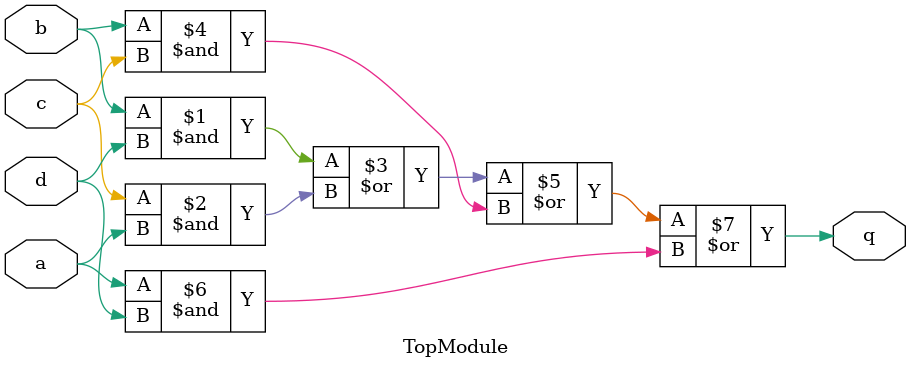
<source format=sv>
module TopModule(
    input wire a,
    input wire b,
    input wire c,
    input wire d,
    output wire q
);

assign q = (b & d) | (c & a) | (b & c) | (a & d);

endmodule
</source>
